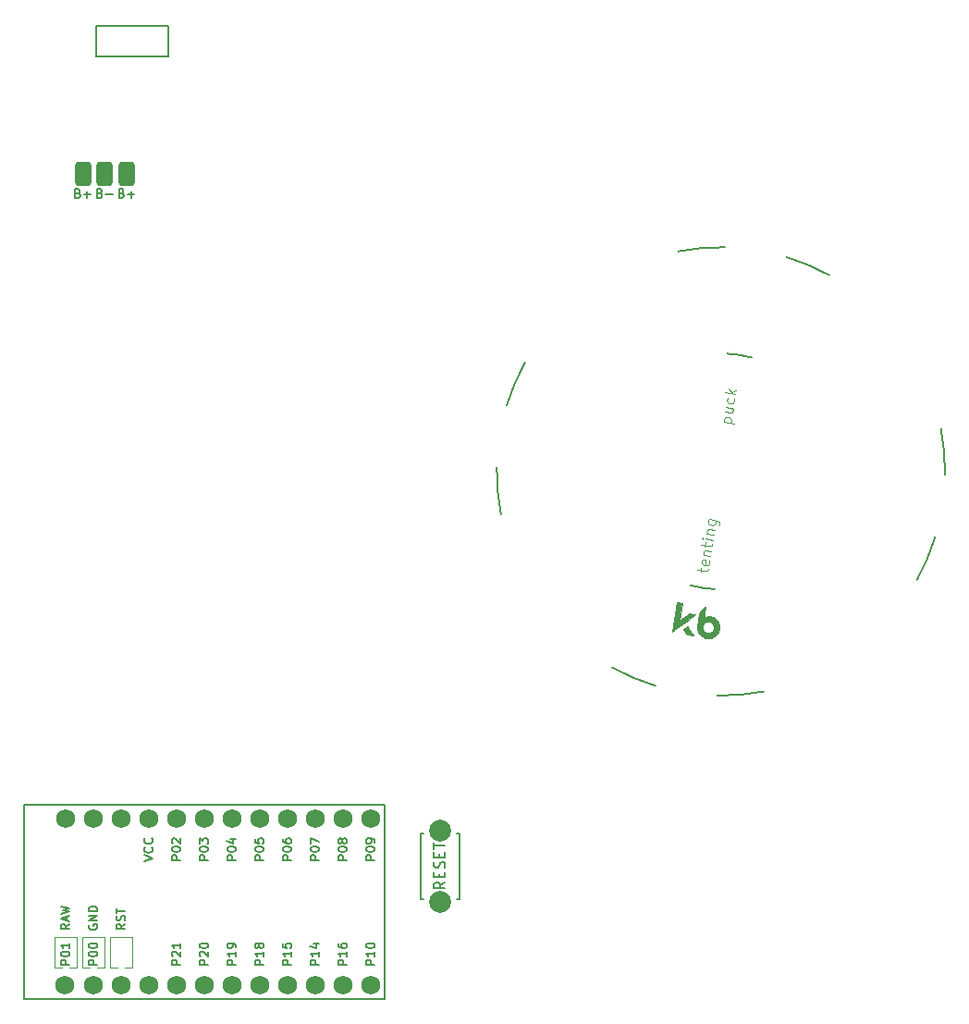
<source format=gbr>
%TF.GenerationSoftware,KiCad,Pcbnew,(6.0.4)*%
%TF.CreationDate,2022-09-04T01:37:31+02:00*%
%TF.ProjectId,wizza,77697a7a-612e-46b6-9963-61645f706362,v1.0.0*%
%TF.SameCoordinates,Original*%
%TF.FileFunction,Legend,Top*%
%TF.FilePolarity,Positive*%
%FSLAX46Y46*%
G04 Gerber Fmt 4.6, Leading zero omitted, Abs format (unit mm)*
G04 Created by KiCad (PCBNEW (6.0.4)) date 2022-09-04 01:37:31*
%MOMM*%
%LPD*%
G01*
G04 APERTURE LIST*
G04 Aperture macros list*
%AMRoundRect*
0 Rectangle with rounded corners*
0 $1 Rounding radius*
0 $2 $3 $4 $5 $6 $7 $8 $9 X,Y pos of 4 corners*
0 Add a 4 corners polygon primitive as box body*
4,1,4,$2,$3,$4,$5,$6,$7,$8,$9,$2,$3,0*
0 Add four circle primitives for the rounded corners*
1,1,$1+$1,$2,$3*
1,1,$1+$1,$4,$5*
1,1,$1+$1,$6,$7*
1,1,$1+$1,$8,$9*
0 Add four rect primitives between the rounded corners*
20,1,$1+$1,$2,$3,$4,$5,0*
20,1,$1+$1,$4,$5,$6,$7,0*
20,1,$1+$1,$6,$7,$8,$9,0*
20,1,$1+$1,$8,$9,$2,$3,0*%
G04 Aperture macros list end*
%ADD10C,0.150000*%
%ADD11C,0.100000*%
%ADD12C,0.120000*%
%ADD13C,0.200000*%
%ADD14C,0.010000*%
%ADD15C,1.752600*%
%ADD16RoundRect,0.375000X-0.375000X-0.750000X0.375000X-0.750000X0.375000X0.750000X-0.375000X0.750000X0*%
%ADD17C,2.000000*%
G04 APERTURE END LIST*
D10*
%TO.C,MCU1*%
X217023904Y-143725428D02*
X216223904Y-143725428D01*
X216223904Y-143420666D01*
X216262000Y-143344476D01*
X216300095Y-143306380D01*
X216376285Y-143268285D01*
X216490571Y-143268285D01*
X216566761Y-143306380D01*
X216604857Y-143344476D01*
X216642952Y-143420666D01*
X216642952Y-143725428D01*
X217023904Y-142506380D02*
X217023904Y-142963523D01*
X217023904Y-142734952D02*
X216223904Y-142734952D01*
X216338190Y-142811142D01*
X216414380Y-142887333D01*
X216452476Y-142963523D01*
X216566761Y-142049238D02*
X216528666Y-142125428D01*
X216490571Y-142163523D01*
X216414380Y-142201619D01*
X216376285Y-142201619D01*
X216300095Y-142163523D01*
X216262000Y-142125428D01*
X216223904Y-142049238D01*
X216223904Y-141896857D01*
X216262000Y-141820666D01*
X216300095Y-141782571D01*
X216376285Y-141744476D01*
X216414380Y-141744476D01*
X216490571Y-141782571D01*
X216528666Y-141820666D01*
X216566761Y-141896857D01*
X216566761Y-142049238D01*
X216604857Y-142125428D01*
X216642952Y-142163523D01*
X216719142Y-142201619D01*
X216871523Y-142201619D01*
X216947714Y-142163523D01*
X216985809Y-142125428D01*
X217023904Y-142049238D01*
X217023904Y-141896857D01*
X216985809Y-141820666D01*
X216947714Y-141782571D01*
X216871523Y-141744476D01*
X216719142Y-141744476D01*
X216642952Y-141782571D01*
X216604857Y-141820666D01*
X216566761Y-141896857D01*
X227183904Y-134125428D02*
X226383904Y-134125428D01*
X226383904Y-133820666D01*
X226422000Y-133744476D01*
X226460095Y-133706380D01*
X226536285Y-133668285D01*
X226650571Y-133668285D01*
X226726761Y-133706380D01*
X226764857Y-133744476D01*
X226802952Y-133820666D01*
X226802952Y-134125428D01*
X226383904Y-133173047D02*
X226383904Y-133096857D01*
X226422000Y-133020666D01*
X226460095Y-132982571D01*
X226536285Y-132944476D01*
X226688666Y-132906380D01*
X226879142Y-132906380D01*
X227031523Y-132944476D01*
X227107714Y-132982571D01*
X227145809Y-133020666D01*
X227183904Y-133096857D01*
X227183904Y-133173047D01*
X227145809Y-133249238D01*
X227107714Y-133287333D01*
X227031523Y-133325428D01*
X226879142Y-133363523D01*
X226688666Y-133363523D01*
X226536285Y-133325428D01*
X226460095Y-133287333D01*
X226422000Y-133249238D01*
X226383904Y-133173047D01*
X227183904Y-132525428D02*
X227183904Y-132373047D01*
X227145809Y-132296857D01*
X227107714Y-132258761D01*
X226993428Y-132182571D01*
X226841047Y-132144476D01*
X226536285Y-132144476D01*
X226460095Y-132182571D01*
X226422000Y-132220666D01*
X226383904Y-132296857D01*
X226383904Y-132449238D01*
X226422000Y-132525428D01*
X226460095Y-132563523D01*
X226536285Y-132601619D01*
X226726761Y-132601619D01*
X226802952Y-132563523D01*
X226841047Y-132525428D01*
X226879142Y-132449238D01*
X226879142Y-132296857D01*
X226841047Y-132220666D01*
X226802952Y-132182571D01*
X226726761Y-132144476D01*
X209403904Y-134125428D02*
X208603904Y-134125428D01*
X208603904Y-133820666D01*
X208642000Y-133744476D01*
X208680095Y-133706380D01*
X208756285Y-133668285D01*
X208870571Y-133668285D01*
X208946761Y-133706380D01*
X208984857Y-133744476D01*
X209022952Y-133820666D01*
X209022952Y-134125428D01*
X208603904Y-133173047D02*
X208603904Y-133096857D01*
X208642000Y-133020666D01*
X208680095Y-132982571D01*
X208756285Y-132944476D01*
X208908666Y-132906380D01*
X209099142Y-132906380D01*
X209251523Y-132944476D01*
X209327714Y-132982571D01*
X209365809Y-133020666D01*
X209403904Y-133096857D01*
X209403904Y-133173047D01*
X209365809Y-133249238D01*
X209327714Y-133287333D01*
X209251523Y-133325428D01*
X209099142Y-133363523D01*
X208908666Y-133363523D01*
X208756285Y-133325428D01*
X208680095Y-133287333D01*
X208642000Y-133249238D01*
X208603904Y-133173047D01*
X208680095Y-132601619D02*
X208642000Y-132563523D01*
X208603904Y-132487333D01*
X208603904Y-132296857D01*
X208642000Y-132220666D01*
X208680095Y-132182571D01*
X208756285Y-132144476D01*
X208832476Y-132144476D01*
X208946761Y-132182571D01*
X209403904Y-132639714D01*
X209403904Y-132144476D01*
X214483904Y-143725428D02*
X213683904Y-143725428D01*
X213683904Y-143420666D01*
X213722000Y-143344476D01*
X213760095Y-143306380D01*
X213836285Y-143268285D01*
X213950571Y-143268285D01*
X214026761Y-143306380D01*
X214064857Y-143344476D01*
X214102952Y-143420666D01*
X214102952Y-143725428D01*
X214483904Y-142506380D02*
X214483904Y-142963523D01*
X214483904Y-142734952D02*
X213683904Y-142734952D01*
X213798190Y-142811142D01*
X213874380Y-142887333D01*
X213912476Y-142963523D01*
X214483904Y-142125428D02*
X214483904Y-141973047D01*
X214445809Y-141896857D01*
X214407714Y-141858761D01*
X214293428Y-141782571D01*
X214141047Y-141744476D01*
X213836285Y-141744476D01*
X213760095Y-141782571D01*
X213722000Y-141820666D01*
X213683904Y-141896857D01*
X213683904Y-142049238D01*
X213722000Y-142125428D01*
X213760095Y-142163523D01*
X213836285Y-142201619D01*
X214026761Y-142201619D01*
X214102952Y-142163523D01*
X214141047Y-142125428D01*
X214179142Y-142049238D01*
X214179142Y-141896857D01*
X214141047Y-141820666D01*
X214102952Y-141782571D01*
X214026761Y-141744476D01*
X211943904Y-143725428D02*
X211143904Y-143725428D01*
X211143904Y-143420666D01*
X211182000Y-143344476D01*
X211220095Y-143306380D01*
X211296285Y-143268285D01*
X211410571Y-143268285D01*
X211486761Y-143306380D01*
X211524857Y-143344476D01*
X211562952Y-143420666D01*
X211562952Y-143725428D01*
X211220095Y-142963523D02*
X211182000Y-142925428D01*
X211143904Y-142849238D01*
X211143904Y-142658761D01*
X211182000Y-142582571D01*
X211220095Y-142544476D01*
X211296285Y-142506380D01*
X211372476Y-142506380D01*
X211486761Y-142544476D01*
X211943904Y-143001619D01*
X211943904Y-142506380D01*
X211143904Y-142011142D02*
X211143904Y-141934952D01*
X211182000Y-141858761D01*
X211220095Y-141820666D01*
X211296285Y-141782571D01*
X211448666Y-141744476D01*
X211639142Y-141744476D01*
X211791523Y-141782571D01*
X211867714Y-141820666D01*
X211905809Y-141858761D01*
X211943904Y-141934952D01*
X211943904Y-142011142D01*
X211905809Y-142087333D01*
X211867714Y-142125428D01*
X211791523Y-142163523D01*
X211639142Y-142201619D01*
X211448666Y-142201619D01*
X211296285Y-142163523D01*
X211220095Y-142125428D01*
X211182000Y-142087333D01*
X211143904Y-142011142D01*
X214483904Y-134125428D02*
X213683904Y-134125428D01*
X213683904Y-133820666D01*
X213722000Y-133744476D01*
X213760095Y-133706380D01*
X213836285Y-133668285D01*
X213950571Y-133668285D01*
X214026761Y-133706380D01*
X214064857Y-133744476D01*
X214102952Y-133820666D01*
X214102952Y-134125428D01*
X213683904Y-133173047D02*
X213683904Y-133096857D01*
X213722000Y-133020666D01*
X213760095Y-132982571D01*
X213836285Y-132944476D01*
X213988666Y-132906380D01*
X214179142Y-132906380D01*
X214331523Y-132944476D01*
X214407714Y-132982571D01*
X214445809Y-133020666D01*
X214483904Y-133096857D01*
X214483904Y-133173047D01*
X214445809Y-133249238D01*
X214407714Y-133287333D01*
X214331523Y-133325428D01*
X214179142Y-133363523D01*
X213988666Y-133363523D01*
X213836285Y-133325428D01*
X213760095Y-133287333D01*
X213722000Y-133249238D01*
X213683904Y-133173047D01*
X213950571Y-132220666D02*
X214483904Y-132220666D01*
X213645809Y-132411142D02*
X214217238Y-132601619D01*
X214217238Y-132106380D01*
X211943904Y-134125428D02*
X211143904Y-134125428D01*
X211143904Y-133820666D01*
X211182000Y-133744476D01*
X211220095Y-133706380D01*
X211296285Y-133668285D01*
X211410571Y-133668285D01*
X211486761Y-133706380D01*
X211524857Y-133744476D01*
X211562952Y-133820666D01*
X211562952Y-134125428D01*
X211143904Y-133173047D02*
X211143904Y-133096857D01*
X211182000Y-133020666D01*
X211220095Y-132982571D01*
X211296285Y-132944476D01*
X211448666Y-132906380D01*
X211639142Y-132906380D01*
X211791523Y-132944476D01*
X211867714Y-132982571D01*
X211905809Y-133020666D01*
X211943904Y-133096857D01*
X211943904Y-133173047D01*
X211905809Y-133249238D01*
X211867714Y-133287333D01*
X211791523Y-133325428D01*
X211639142Y-133363523D01*
X211448666Y-133363523D01*
X211296285Y-133325428D01*
X211220095Y-133287333D01*
X211182000Y-133249238D01*
X211143904Y-133173047D01*
X211143904Y-132639714D02*
X211143904Y-132144476D01*
X211448666Y-132411142D01*
X211448666Y-132296857D01*
X211486761Y-132220666D01*
X211524857Y-132182571D01*
X211601047Y-132144476D01*
X211791523Y-132144476D01*
X211867714Y-132182571D01*
X211905809Y-132220666D01*
X211943904Y-132296857D01*
X211943904Y-132525428D01*
X211905809Y-132601619D01*
X211867714Y-132639714D01*
X204323904Y-140005618D02*
X203942952Y-140272284D01*
X204323904Y-140462761D02*
X203523904Y-140462761D01*
X203523904Y-140157999D01*
X203562000Y-140081808D01*
X203600095Y-140043713D01*
X203676285Y-140005618D01*
X203790571Y-140005618D01*
X203866761Y-140043713D01*
X203904857Y-140081808D01*
X203942952Y-140157999D01*
X203942952Y-140462761D01*
X204285809Y-139700856D02*
X204323904Y-139586570D01*
X204323904Y-139396094D01*
X204285809Y-139319903D01*
X204247714Y-139281808D01*
X204171523Y-139243713D01*
X204095333Y-139243713D01*
X204019142Y-139281808D01*
X203981047Y-139319903D01*
X203942952Y-139396094D01*
X203904857Y-139548475D01*
X203866761Y-139624665D01*
X203828666Y-139662761D01*
X203752476Y-139700856D01*
X203676285Y-139700856D01*
X203600095Y-139662761D01*
X203562000Y-139624665D01*
X203523904Y-139548475D01*
X203523904Y-139357999D01*
X203562000Y-139243713D01*
X203523904Y-139015142D02*
X203523904Y-138557999D01*
X204323904Y-138786570D02*
X203523904Y-138786570D01*
X219563904Y-143725428D02*
X218763904Y-143725428D01*
X218763904Y-143420666D01*
X218802000Y-143344476D01*
X218840095Y-143306380D01*
X218916285Y-143268285D01*
X219030571Y-143268285D01*
X219106761Y-143306380D01*
X219144857Y-143344476D01*
X219182952Y-143420666D01*
X219182952Y-143725428D01*
X219563904Y-142506380D02*
X219563904Y-142963523D01*
X219563904Y-142734952D02*
X218763904Y-142734952D01*
X218878190Y-142811142D01*
X218954380Y-142887333D01*
X218992476Y-142963523D01*
X218763904Y-141782571D02*
X218763904Y-142163523D01*
X219144857Y-142201619D01*
X219106761Y-142163523D01*
X219068666Y-142087333D01*
X219068666Y-141896857D01*
X219106761Y-141820666D01*
X219144857Y-141782571D01*
X219221047Y-141744476D01*
X219411523Y-141744476D01*
X219487714Y-141782571D01*
X219525809Y-141820666D01*
X219563904Y-141896857D01*
X219563904Y-142087333D01*
X219525809Y-142163523D01*
X219487714Y-142201619D01*
X209403904Y-143725428D02*
X208603904Y-143725428D01*
X208603904Y-143420666D01*
X208642000Y-143344476D01*
X208680095Y-143306380D01*
X208756285Y-143268285D01*
X208870571Y-143268285D01*
X208946761Y-143306380D01*
X208984857Y-143344476D01*
X209022952Y-143420666D01*
X209022952Y-143725428D01*
X208680095Y-142963523D02*
X208642000Y-142925428D01*
X208603904Y-142849238D01*
X208603904Y-142658761D01*
X208642000Y-142582571D01*
X208680095Y-142544476D01*
X208756285Y-142506380D01*
X208832476Y-142506380D01*
X208946761Y-142544476D01*
X209403904Y-143001619D01*
X209403904Y-142506380D01*
X209403904Y-141744476D02*
X209403904Y-142201619D01*
X209403904Y-141973047D02*
X208603904Y-141973047D01*
X208718190Y-142049238D01*
X208794380Y-142125428D01*
X208832476Y-142201619D01*
X201783904Y-143725428D02*
X200983904Y-143725428D01*
X200983904Y-143420666D01*
X201022000Y-143344476D01*
X201060095Y-143306380D01*
X201136285Y-143268285D01*
X201250571Y-143268285D01*
X201326761Y-143306380D01*
X201364857Y-143344476D01*
X201402952Y-143420666D01*
X201402952Y-143725428D01*
X200983904Y-142773047D02*
X200983904Y-142696857D01*
X201022000Y-142620666D01*
X201060095Y-142582571D01*
X201136285Y-142544476D01*
X201288666Y-142506380D01*
X201479142Y-142506380D01*
X201631523Y-142544476D01*
X201707714Y-142582571D01*
X201745809Y-142620666D01*
X201783904Y-142696857D01*
X201783904Y-142773047D01*
X201745809Y-142849238D01*
X201707714Y-142887333D01*
X201631523Y-142925428D01*
X201479142Y-142963523D01*
X201288666Y-142963523D01*
X201136285Y-142925428D01*
X201060095Y-142887333D01*
X201022000Y-142849238D01*
X200983904Y-142773047D01*
X200983904Y-142011142D02*
X200983904Y-141934952D01*
X201022000Y-141858761D01*
X201060095Y-141820666D01*
X201136285Y-141782571D01*
X201288666Y-141744476D01*
X201479142Y-141744476D01*
X201631523Y-141782571D01*
X201707714Y-141820666D01*
X201745809Y-141858761D01*
X201783904Y-141934952D01*
X201783904Y-142011142D01*
X201745809Y-142087333D01*
X201707714Y-142125428D01*
X201631523Y-142163523D01*
X201479142Y-142201619D01*
X201288666Y-142201619D01*
X201136285Y-142163523D01*
X201060095Y-142125428D01*
X201022000Y-142087333D01*
X200983904Y-142011142D01*
X222103904Y-134125428D02*
X221303904Y-134125428D01*
X221303904Y-133820666D01*
X221342000Y-133744476D01*
X221380095Y-133706380D01*
X221456285Y-133668285D01*
X221570571Y-133668285D01*
X221646761Y-133706380D01*
X221684857Y-133744476D01*
X221722952Y-133820666D01*
X221722952Y-134125428D01*
X221303904Y-133173047D02*
X221303904Y-133096857D01*
X221342000Y-133020666D01*
X221380095Y-132982571D01*
X221456285Y-132944476D01*
X221608666Y-132906380D01*
X221799142Y-132906380D01*
X221951523Y-132944476D01*
X222027714Y-132982571D01*
X222065809Y-133020666D01*
X222103904Y-133096857D01*
X222103904Y-133173047D01*
X222065809Y-133249238D01*
X222027714Y-133287333D01*
X221951523Y-133325428D01*
X221799142Y-133363523D01*
X221608666Y-133363523D01*
X221456285Y-133325428D01*
X221380095Y-133287333D01*
X221342000Y-133249238D01*
X221303904Y-133173047D01*
X221303904Y-132639714D02*
X221303904Y-132106380D01*
X222103904Y-132449238D01*
X224643904Y-134125428D02*
X223843904Y-134125428D01*
X223843904Y-133820666D01*
X223882000Y-133744476D01*
X223920095Y-133706380D01*
X223996285Y-133668285D01*
X224110571Y-133668285D01*
X224186761Y-133706380D01*
X224224857Y-133744476D01*
X224262952Y-133820666D01*
X224262952Y-134125428D01*
X223843904Y-133173047D02*
X223843904Y-133096857D01*
X223882000Y-133020666D01*
X223920095Y-132982571D01*
X223996285Y-132944476D01*
X224148666Y-132906380D01*
X224339142Y-132906380D01*
X224491523Y-132944476D01*
X224567714Y-132982571D01*
X224605809Y-133020666D01*
X224643904Y-133096857D01*
X224643904Y-133173047D01*
X224605809Y-133249238D01*
X224567714Y-133287333D01*
X224491523Y-133325428D01*
X224339142Y-133363523D01*
X224148666Y-133363523D01*
X223996285Y-133325428D01*
X223920095Y-133287333D01*
X223882000Y-133249238D01*
X223843904Y-133173047D01*
X224186761Y-132449238D02*
X224148666Y-132525428D01*
X224110571Y-132563523D01*
X224034380Y-132601619D01*
X223996285Y-132601619D01*
X223920095Y-132563523D01*
X223882000Y-132525428D01*
X223843904Y-132449238D01*
X223843904Y-132296857D01*
X223882000Y-132220666D01*
X223920095Y-132182571D01*
X223996285Y-132144476D01*
X224034380Y-132144476D01*
X224110571Y-132182571D01*
X224148666Y-132220666D01*
X224186761Y-132296857D01*
X224186761Y-132449238D01*
X224224857Y-132525428D01*
X224262952Y-132563523D01*
X224339142Y-132601619D01*
X224491523Y-132601619D01*
X224567714Y-132563523D01*
X224605809Y-132525428D01*
X224643904Y-132449238D01*
X224643904Y-132296857D01*
X224605809Y-132220666D01*
X224567714Y-132182571D01*
X224491523Y-132144476D01*
X224339142Y-132144476D01*
X224262952Y-132182571D01*
X224224857Y-132220666D01*
X224186761Y-132296857D01*
X224643904Y-143725428D02*
X223843904Y-143725428D01*
X223843904Y-143420666D01*
X223882000Y-143344476D01*
X223920095Y-143306380D01*
X223996285Y-143268285D01*
X224110571Y-143268285D01*
X224186761Y-143306380D01*
X224224857Y-143344476D01*
X224262952Y-143420666D01*
X224262952Y-143725428D01*
X224643904Y-142506380D02*
X224643904Y-142963523D01*
X224643904Y-142734952D02*
X223843904Y-142734952D01*
X223958190Y-142811142D01*
X224034380Y-142887333D01*
X224072476Y-142963523D01*
X223843904Y-141820666D02*
X223843904Y-141973047D01*
X223882000Y-142049238D01*
X223920095Y-142087333D01*
X224034380Y-142163523D01*
X224186761Y-142201619D01*
X224491523Y-142201619D01*
X224567714Y-142163523D01*
X224605809Y-142125428D01*
X224643904Y-142049238D01*
X224643904Y-141896857D01*
X224605809Y-141820666D01*
X224567714Y-141782571D01*
X224491523Y-141744476D01*
X224301047Y-141744476D01*
X224224857Y-141782571D01*
X224186761Y-141820666D01*
X224148666Y-141896857D01*
X224148666Y-142049238D01*
X224186761Y-142125428D01*
X224224857Y-142163523D01*
X224301047Y-142201619D01*
X201022000Y-140062760D02*
X200983904Y-140138951D01*
X200983904Y-140253237D01*
X201022000Y-140367522D01*
X201098190Y-140443713D01*
X201174380Y-140481808D01*
X201326761Y-140519903D01*
X201441047Y-140519903D01*
X201593428Y-140481808D01*
X201669619Y-140443713D01*
X201745809Y-140367522D01*
X201783904Y-140253237D01*
X201783904Y-140177046D01*
X201745809Y-140062760D01*
X201707714Y-140024665D01*
X201441047Y-140024665D01*
X201441047Y-140177046D01*
X201783904Y-139681808D02*
X200983904Y-139681808D01*
X201783904Y-139224665D01*
X200983904Y-139224665D01*
X201783904Y-138843713D02*
X200983904Y-138843713D01*
X200983904Y-138653237D01*
X201022000Y-138538951D01*
X201098190Y-138462760D01*
X201174380Y-138424665D01*
X201326761Y-138386570D01*
X201441047Y-138386570D01*
X201593428Y-138424665D01*
X201669619Y-138462760D01*
X201745809Y-138538951D01*
X201783904Y-138653237D01*
X201783904Y-138843713D01*
X219563904Y-134125428D02*
X218763904Y-134125428D01*
X218763904Y-133820666D01*
X218802000Y-133744476D01*
X218840095Y-133706380D01*
X218916285Y-133668285D01*
X219030571Y-133668285D01*
X219106761Y-133706380D01*
X219144857Y-133744476D01*
X219182952Y-133820666D01*
X219182952Y-134125428D01*
X218763904Y-133173047D02*
X218763904Y-133096857D01*
X218802000Y-133020666D01*
X218840095Y-132982571D01*
X218916285Y-132944476D01*
X219068666Y-132906380D01*
X219259142Y-132906380D01*
X219411523Y-132944476D01*
X219487714Y-132982571D01*
X219525809Y-133020666D01*
X219563904Y-133096857D01*
X219563904Y-133173047D01*
X219525809Y-133249238D01*
X219487714Y-133287333D01*
X219411523Y-133325428D01*
X219259142Y-133363523D01*
X219068666Y-133363523D01*
X218916285Y-133325428D01*
X218840095Y-133287333D01*
X218802000Y-133249238D01*
X218763904Y-133173047D01*
X218763904Y-132220666D02*
X218763904Y-132373047D01*
X218802000Y-132449238D01*
X218840095Y-132487333D01*
X218954380Y-132563523D01*
X219106761Y-132601619D01*
X219411523Y-132601619D01*
X219487714Y-132563523D01*
X219525809Y-132525428D01*
X219563904Y-132449238D01*
X219563904Y-132296857D01*
X219525809Y-132220666D01*
X219487714Y-132182571D01*
X219411523Y-132144476D01*
X219221047Y-132144476D01*
X219144857Y-132182571D01*
X219106761Y-132220666D01*
X219068666Y-132296857D01*
X219068666Y-132449238D01*
X219106761Y-132525428D01*
X219144857Y-132563523D01*
X219221047Y-132601619D01*
X222103904Y-143725428D02*
X221303904Y-143725428D01*
X221303904Y-143420666D01*
X221342000Y-143344476D01*
X221380095Y-143306380D01*
X221456285Y-143268285D01*
X221570571Y-143268285D01*
X221646761Y-143306380D01*
X221684857Y-143344476D01*
X221722952Y-143420666D01*
X221722952Y-143725428D01*
X222103904Y-142506380D02*
X222103904Y-142963523D01*
X222103904Y-142734952D02*
X221303904Y-142734952D01*
X221418190Y-142811142D01*
X221494380Y-142887333D01*
X221532476Y-142963523D01*
X221570571Y-141820666D02*
X222103904Y-141820666D01*
X221265809Y-142011142D02*
X221837238Y-142201619D01*
X221837238Y-141706380D01*
X199243904Y-143725428D02*
X198443904Y-143725428D01*
X198443904Y-143420666D01*
X198482000Y-143344476D01*
X198520095Y-143306380D01*
X198596285Y-143268285D01*
X198710571Y-143268285D01*
X198786761Y-143306380D01*
X198824857Y-143344476D01*
X198862952Y-143420666D01*
X198862952Y-143725428D01*
X198443904Y-142773047D02*
X198443904Y-142696857D01*
X198482000Y-142620666D01*
X198520095Y-142582571D01*
X198596285Y-142544476D01*
X198748666Y-142506380D01*
X198939142Y-142506380D01*
X199091523Y-142544476D01*
X199167714Y-142582571D01*
X199205809Y-142620666D01*
X199243904Y-142696857D01*
X199243904Y-142773047D01*
X199205809Y-142849238D01*
X199167714Y-142887333D01*
X199091523Y-142925428D01*
X198939142Y-142963523D01*
X198748666Y-142963523D01*
X198596285Y-142925428D01*
X198520095Y-142887333D01*
X198482000Y-142849238D01*
X198443904Y-142773047D01*
X199243904Y-141744476D02*
X199243904Y-142201619D01*
X199243904Y-141973047D02*
X198443904Y-141973047D01*
X198558190Y-142049238D01*
X198634380Y-142125428D01*
X198672476Y-142201619D01*
X227183904Y-143725428D02*
X226383904Y-143725428D01*
X226383904Y-143420666D01*
X226422000Y-143344476D01*
X226460095Y-143306380D01*
X226536285Y-143268285D01*
X226650571Y-143268285D01*
X226726761Y-143306380D01*
X226764857Y-143344476D01*
X226802952Y-143420666D01*
X226802952Y-143725428D01*
X227183904Y-142506380D02*
X227183904Y-142963523D01*
X227183904Y-142734952D02*
X226383904Y-142734952D01*
X226498190Y-142811142D01*
X226574380Y-142887333D01*
X226612476Y-142963523D01*
X226383904Y-142011142D02*
X226383904Y-141934952D01*
X226422000Y-141858761D01*
X226460095Y-141820666D01*
X226536285Y-141782571D01*
X226688666Y-141744476D01*
X226879142Y-141744476D01*
X227031523Y-141782571D01*
X227107714Y-141820666D01*
X227145809Y-141858761D01*
X227183904Y-141934952D01*
X227183904Y-142011142D01*
X227145809Y-142087333D01*
X227107714Y-142125428D01*
X227031523Y-142163523D01*
X226879142Y-142201619D01*
X226688666Y-142201619D01*
X226536285Y-142163523D01*
X226460095Y-142125428D01*
X226422000Y-142087333D01*
X226383904Y-142011142D01*
X206063904Y-134220666D02*
X206863904Y-133954000D01*
X206063904Y-133687333D01*
X206787714Y-132963523D02*
X206825809Y-133001619D01*
X206863904Y-133115904D01*
X206863904Y-133192095D01*
X206825809Y-133306380D01*
X206749619Y-133382571D01*
X206673428Y-133420666D01*
X206521047Y-133458761D01*
X206406761Y-133458761D01*
X206254380Y-133420666D01*
X206178190Y-133382571D01*
X206102000Y-133306380D01*
X206063904Y-133192095D01*
X206063904Y-133115904D01*
X206102000Y-133001619D01*
X206140095Y-132963523D01*
X206787714Y-132163523D02*
X206825809Y-132201619D01*
X206863904Y-132315904D01*
X206863904Y-132392095D01*
X206825809Y-132506380D01*
X206749619Y-132582571D01*
X206673428Y-132620666D01*
X206521047Y-132658761D01*
X206406761Y-132658761D01*
X206254380Y-132620666D01*
X206178190Y-132582571D01*
X206102000Y-132506380D01*
X206063904Y-132392095D01*
X206063904Y-132315904D01*
X206102000Y-132201619D01*
X206140095Y-132163523D01*
X217023904Y-134125428D02*
X216223904Y-134125428D01*
X216223904Y-133820666D01*
X216262000Y-133744476D01*
X216300095Y-133706380D01*
X216376285Y-133668285D01*
X216490571Y-133668285D01*
X216566761Y-133706380D01*
X216604857Y-133744476D01*
X216642952Y-133820666D01*
X216642952Y-134125428D01*
X216223904Y-133173047D02*
X216223904Y-133096857D01*
X216262000Y-133020666D01*
X216300095Y-132982571D01*
X216376285Y-132944476D01*
X216528666Y-132906380D01*
X216719142Y-132906380D01*
X216871523Y-132944476D01*
X216947714Y-132982571D01*
X216985809Y-133020666D01*
X217023904Y-133096857D01*
X217023904Y-133173047D01*
X216985809Y-133249238D01*
X216947714Y-133287333D01*
X216871523Y-133325428D01*
X216719142Y-133363523D01*
X216528666Y-133363523D01*
X216376285Y-133325428D01*
X216300095Y-133287333D01*
X216262000Y-133249238D01*
X216223904Y-133173047D01*
X216223904Y-132182571D02*
X216223904Y-132563523D01*
X216604857Y-132601619D01*
X216566761Y-132563523D01*
X216528666Y-132487333D01*
X216528666Y-132296857D01*
X216566761Y-132220666D01*
X216604857Y-132182571D01*
X216681047Y-132144476D01*
X216871523Y-132144476D01*
X216947714Y-132182571D01*
X216985809Y-132220666D01*
X217023904Y-132296857D01*
X217023904Y-132487333D01*
X216985809Y-132563523D01*
X216947714Y-132601619D01*
X199243904Y-140005617D02*
X198862952Y-140272284D01*
X199243904Y-140462760D02*
X198443904Y-140462760D01*
X198443904Y-140157998D01*
X198482000Y-140081808D01*
X198520095Y-140043713D01*
X198596285Y-140005617D01*
X198710571Y-140005617D01*
X198786761Y-140043713D01*
X198824857Y-140081808D01*
X198862952Y-140157998D01*
X198862952Y-140462760D01*
X199015333Y-139700856D02*
X199015333Y-139319903D01*
X199243904Y-139777046D02*
X198443904Y-139510379D01*
X199243904Y-139243713D01*
X198443904Y-139053237D02*
X199243904Y-138862760D01*
X198672476Y-138710379D01*
X199243904Y-138557998D01*
X198443904Y-138367522D01*
%TO.C,*%
D11*
X257030207Y-107750928D02*
X257089801Y-107374665D01*
X256723325Y-107557685D02*
X257569915Y-107691771D01*
X257671430Y-107659637D01*
X257733361Y-107573021D01*
X257748260Y-107478955D01*
X257812966Y-106766014D02*
X257845100Y-106867529D01*
X257815303Y-107055660D01*
X257753372Y-107142276D01*
X257651857Y-107174411D01*
X257275595Y-107114817D01*
X257188979Y-107052885D01*
X257156844Y-106951370D01*
X257186641Y-106763239D01*
X257248573Y-106676623D01*
X257350087Y-106644489D01*
X257444153Y-106659387D01*
X257463726Y-107144614D01*
X257276032Y-106198846D02*
X257934491Y-106303136D01*
X257370098Y-106213745D02*
X257330514Y-106159262D01*
X257298380Y-106057748D01*
X257320728Y-105916649D01*
X257382659Y-105830033D01*
X257484174Y-105797899D01*
X258001535Y-105879841D01*
X257395221Y-105446322D02*
X257454815Y-105070059D01*
X257088339Y-105253078D02*
X257934929Y-105387165D01*
X258036444Y-105355031D01*
X258098375Y-105268415D01*
X258113274Y-105174349D01*
X258165418Y-104845120D02*
X257506959Y-104740830D01*
X257177730Y-104688685D02*
X257217314Y-104743167D01*
X257271796Y-104703584D01*
X257232212Y-104649102D01*
X257177730Y-104688685D01*
X257271796Y-104703584D01*
X257581452Y-104270502D02*
X258239911Y-104374792D01*
X257675518Y-104285401D02*
X257635934Y-104230919D01*
X257603800Y-104129404D01*
X257626148Y-103988305D01*
X257688079Y-103901689D01*
X257789594Y-103869555D01*
X258306954Y-103951497D01*
X257790031Y-102953584D02*
X258589589Y-103080222D01*
X258676205Y-103142153D01*
X258715788Y-103196635D01*
X258747923Y-103298150D01*
X258725575Y-103439248D01*
X258663644Y-103525865D01*
X258401457Y-103050425D02*
X258433592Y-103151940D01*
X258403795Y-103340071D01*
X258341863Y-103426687D01*
X258287381Y-103466270D01*
X258185867Y-103498405D01*
X257903670Y-103453709D01*
X257817054Y-103391778D01*
X257777470Y-103337296D01*
X257745336Y-103235781D01*
X257775133Y-103047650D01*
X257837064Y-102961034D01*
X259140442Y-94021509D02*
X260128131Y-94177944D01*
X259187475Y-94028959D02*
X259155341Y-93927444D01*
X259185138Y-93739313D01*
X259247069Y-93652696D01*
X259301551Y-93613113D01*
X259403066Y-93580979D01*
X259685263Y-93625674D01*
X259771879Y-93687605D01*
X259811462Y-93742087D01*
X259843597Y-93843602D01*
X259813800Y-94031733D01*
X259751868Y-94118350D01*
X259349022Y-92704592D02*
X260007480Y-92808881D01*
X259281978Y-93127887D02*
X259799339Y-93209828D01*
X259900854Y-93177694D01*
X259962785Y-93091078D01*
X259985133Y-92949980D01*
X259952998Y-92848465D01*
X259913415Y-92793983D01*
X260101984Y-91907809D02*
X260134118Y-92009324D01*
X260104321Y-92197455D01*
X260042390Y-92284071D01*
X259987908Y-92323655D01*
X259886393Y-92355789D01*
X259604196Y-92311094D01*
X259517580Y-92249162D01*
X259477996Y-92194680D01*
X259445862Y-92093165D01*
X259475659Y-91905034D01*
X259537590Y-91818418D01*
X260216060Y-91491963D02*
X259228371Y-91335529D01*
X259854696Y-91338304D02*
X260275654Y-91115701D01*
X259617195Y-91011412D02*
X259933863Y-91447268D01*
D10*
%TO.C,PAD1*%
X202031904Y-73116857D02*
X202146190Y-73154952D01*
X202184285Y-73193047D01*
X202222380Y-73269238D01*
X202222380Y-73383523D01*
X202184285Y-73459714D01*
X202146190Y-73497809D01*
X202070000Y-73535904D01*
X201765238Y-73535904D01*
X201765238Y-72735904D01*
X202031904Y-72735904D01*
X202108095Y-72774000D01*
X202146190Y-72812095D01*
X202184285Y-72888285D01*
X202184285Y-72964476D01*
X202146190Y-73040666D01*
X202108095Y-73078761D01*
X202031904Y-73116857D01*
X201765238Y-73116857D01*
X202565238Y-73231142D02*
X203174761Y-73231142D01*
X200031904Y-73116857D02*
X200146190Y-73154952D01*
X200184285Y-73193047D01*
X200222380Y-73269238D01*
X200222380Y-73383523D01*
X200184285Y-73459714D01*
X200146190Y-73497809D01*
X200070000Y-73535904D01*
X199765238Y-73535904D01*
X199765238Y-72735904D01*
X200031904Y-72735904D01*
X200108095Y-72774000D01*
X200146190Y-72812095D01*
X200184285Y-72888285D01*
X200184285Y-72964476D01*
X200146190Y-73040666D01*
X200108095Y-73078761D01*
X200031904Y-73116857D01*
X199765238Y-73116857D01*
X200565238Y-73231142D02*
X201174761Y-73231142D01*
X200870000Y-73535904D02*
X200870000Y-72926380D01*
X204031904Y-73116857D02*
X204146190Y-73154952D01*
X204184285Y-73193047D01*
X204222380Y-73269238D01*
X204222380Y-73383523D01*
X204184285Y-73459714D01*
X204146190Y-73497809D01*
X204070000Y-73535904D01*
X203765238Y-73535904D01*
X203765238Y-72735904D01*
X204031904Y-72735904D01*
X204108095Y-72774000D01*
X204146190Y-72812095D01*
X204184285Y-72888285D01*
X204184285Y-72964476D01*
X204146190Y-73040666D01*
X204108095Y-73078761D01*
X204031904Y-73116857D01*
X203765238Y-73116857D01*
X204565238Y-73231142D02*
X205174761Y-73231142D01*
X204870000Y-73535904D02*
X204870000Y-72926380D01*
%TO.C,B1*%
X233624380Y-136156380D02*
X233148190Y-136489714D01*
X233624380Y-136727809D02*
X232624380Y-136727809D01*
X232624380Y-136346857D01*
X232672000Y-136251619D01*
X232719619Y-136204000D01*
X232814857Y-136156380D01*
X232957714Y-136156380D01*
X233052952Y-136204000D01*
X233100571Y-136251619D01*
X233148190Y-136346857D01*
X233148190Y-136727809D01*
X233100571Y-135727809D02*
X233100571Y-135394476D01*
X233624380Y-135251619D02*
X233624380Y-135727809D01*
X232624380Y-135727809D01*
X232624380Y-135251619D01*
X233576761Y-134870666D02*
X233624380Y-134727809D01*
X233624380Y-134489714D01*
X233576761Y-134394476D01*
X233529142Y-134346857D01*
X233433904Y-134299238D01*
X233338666Y-134299238D01*
X233243428Y-134346857D01*
X233195809Y-134394476D01*
X233148190Y-134489714D01*
X233100571Y-134680190D01*
X233052952Y-134775428D01*
X233005333Y-134823047D01*
X232910095Y-134870666D01*
X232814857Y-134870666D01*
X232719619Y-134823047D01*
X232672000Y-134775428D01*
X232624380Y-134680190D01*
X232624380Y-134442095D01*
X232672000Y-134299238D01*
X233100571Y-133870666D02*
X233100571Y-133537333D01*
X233624380Y-133394476D02*
X233624380Y-133870666D01*
X232624380Y-133870666D01*
X232624380Y-133394476D01*
X232624380Y-133108761D02*
X232624380Y-132537333D01*
X233624380Y-132823047D02*
X232624380Y-132823047D01*
D12*
%TO.C,MCU1*%
X204962000Y-141192523D02*
X204962000Y-143992523D01*
D10*
X228092000Y-146844000D02*
X228092000Y-129064000D01*
D12*
X202962000Y-141192523D02*
X204962000Y-141192523D01*
X202962000Y-143992523D02*
X202962000Y-141192523D01*
X202422000Y-143992523D02*
X201752000Y-143992523D01*
X201102000Y-143992523D02*
X200422000Y-143992523D01*
D10*
X195072000Y-129064000D02*
X195072000Y-146844000D01*
D12*
X200422000Y-141192523D02*
X202422000Y-141192523D01*
X204962000Y-143992523D02*
X204277000Y-143992523D01*
X198552000Y-143992523D02*
X197882000Y-143992523D01*
X197882000Y-141192523D02*
X199882000Y-141192523D01*
X197882000Y-143992523D02*
X197882000Y-141192523D01*
D10*
X228092000Y-129064000D02*
X195072000Y-129064000D01*
D12*
X199882000Y-141192523D02*
X199882000Y-143992523D01*
X202422000Y-141192523D02*
X202422000Y-143992523D01*
X203627000Y-143992523D02*
X202962000Y-143992523D01*
X199882000Y-143992523D02*
X199202000Y-143992523D01*
X200422000Y-143992523D02*
X200422000Y-141192523D01*
D10*
X195072000Y-146844000D02*
X228092000Y-146844000D01*
D13*
%TO.C,*%
X238377086Y-98215034D02*
G75*
G03*
X238748934Y-102476213I20516837J-356429D01*
G01*
X248955142Y-116523854D02*
G75*
G03*
X252892856Y-118194279I9938781J17952391D01*
G01*
X258537495Y-119088301D02*
G75*
G03*
X262798674Y-118716453I356428J20516838D01*
G01*
X260582633Y-87909367D02*
G75*
G03*
X259458890Y-87791257I-1688694J-10661997D01*
G01*
X261687875Y-88144295D02*
G75*
G03*
X260582633Y-87909368I-2793936J-10427069D01*
G01*
X257205213Y-109233559D02*
G75*
G03*
X258328957Y-109351669I1688695J10661997D01*
G01*
X268832706Y-80619074D02*
G75*
G03*
X264894991Y-78948648I-9938783J-17952389D01*
G01*
X279410762Y-98927892D02*
G75*
G03*
X279038914Y-94666715I-20516839J356429D01*
G01*
X240941534Y-88632680D02*
G75*
G03*
X239271108Y-92570395I17952389J-9938783D01*
G01*
X256099972Y-108998632D02*
G75*
G03*
X257205213Y-109233559I2793951J10427169D01*
G01*
X259250352Y-78054625D02*
G75*
G03*
X254989172Y-78426473I-356429J-20516838D01*
G01*
X276846314Y-108510245D02*
G75*
G03*
X278516739Y-104572531I-17952391J9938782D01*
G01*
G36*
X256747944Y-112592975D02*
G01*
X256763239Y-112487439D01*
X256781395Y-112366130D01*
X256802214Y-112230444D01*
X256825495Y-112081782D01*
X256827328Y-112070190D01*
X256935450Y-111386979D01*
X257516689Y-110962654D01*
X257439624Y-111450169D01*
X257423507Y-111553156D01*
X257408856Y-111648786D01*
X257396005Y-111734720D01*
X257385289Y-111808615D01*
X257377046Y-111868133D01*
X257371610Y-111910933D01*
X257369317Y-111934674D01*
X257369584Y-111938796D01*
X257382849Y-111934504D01*
X257409946Y-111922249D01*
X257436474Y-111909034D01*
X257560822Y-111857126D01*
X257689215Y-111827745D01*
X257822322Y-111820806D01*
X257960817Y-111836223D01*
X257978305Y-111839670D01*
X258065811Y-111860163D01*
X258139485Y-111883917D01*
X258207206Y-111914378D01*
X258276848Y-111954990D01*
X258340734Y-111998154D01*
X258455313Y-112092533D01*
X258552454Y-112201045D01*
X258631418Y-112321875D01*
X258691470Y-112453211D01*
X258731872Y-112593240D01*
X258751889Y-112740149D01*
X258750782Y-112892126D01*
X258740272Y-112981249D01*
X258706254Y-113130240D01*
X258652670Y-113268119D01*
X258578398Y-113397327D01*
X258505122Y-113493973D01*
X258401647Y-113599377D01*
X258284883Y-113687039D01*
X258157153Y-113756232D01*
X258020778Y-113806227D01*
X257878081Y-113836298D01*
X257731383Y-113845718D01*
X257583006Y-113833759D01*
X257484695Y-113813649D01*
X257345760Y-113766453D01*
X257214162Y-113698758D01*
X257092950Y-113612758D01*
X256985177Y-113510645D01*
X256893893Y-113394610D01*
X256887036Y-113384244D01*
X256823192Y-113268714D01*
X256772846Y-113141085D01*
X256738048Y-113008141D01*
X256720871Y-112876832D01*
X257218566Y-112876832D01*
X257233916Y-112974454D01*
X257253747Y-113032415D01*
X257306046Y-113130082D01*
X257373461Y-113212520D01*
X257453580Y-113278357D01*
X257543992Y-113326222D01*
X257642281Y-113354743D01*
X257746038Y-113362549D01*
X257820986Y-113354891D01*
X257865970Y-113345730D01*
X257909087Y-113334982D01*
X257926272Y-113329831D01*
X257975850Y-113306293D01*
X258031792Y-113268384D01*
X258087933Y-113221128D01*
X258138105Y-113169548D01*
X258165324Y-113135054D01*
X258192178Y-113094510D01*
X258210707Y-113058355D01*
X258224589Y-113017735D01*
X258237505Y-112963788D01*
X258238611Y-112958607D01*
X258252062Y-112852156D01*
X258244801Y-112751894D01*
X258216301Y-112652792D01*
X258203212Y-112621835D01*
X258151652Y-112534793D01*
X258083531Y-112461059D01*
X258002115Y-112402101D01*
X257910672Y-112359392D01*
X257812468Y-112334402D01*
X257710771Y-112328604D01*
X257608845Y-112343467D01*
X257594031Y-112347485D01*
X257498879Y-112386023D01*
X257415129Y-112441823D01*
X257344244Y-112511943D01*
X257287685Y-112593446D01*
X257246911Y-112683388D01*
X257223384Y-112778831D01*
X257218566Y-112876832D01*
X256720871Y-112876832D01*
X256720850Y-112876672D01*
X256719356Y-112829407D01*
X256721217Y-112800953D01*
X256726734Y-112751130D01*
X256733157Y-112701186D01*
X256735710Y-112681338D01*
X256747944Y-112592975D01*
G37*
D14*
X256747944Y-112592975D02*
X256763239Y-112487439D01*
X256781395Y-112366130D01*
X256802214Y-112230444D01*
X256825495Y-112081782D01*
X256827328Y-112070190D01*
X256935450Y-111386979D01*
X257516689Y-110962654D01*
X257439624Y-111450169D01*
X257423507Y-111553156D01*
X257408856Y-111648786D01*
X257396005Y-111734720D01*
X257385289Y-111808615D01*
X257377046Y-111868133D01*
X257371610Y-111910933D01*
X257369317Y-111934674D01*
X257369584Y-111938796D01*
X257382849Y-111934504D01*
X257409946Y-111922249D01*
X257436474Y-111909034D01*
X257560822Y-111857126D01*
X257689215Y-111827745D01*
X257822322Y-111820806D01*
X257960817Y-111836223D01*
X257978305Y-111839670D01*
X258065811Y-111860163D01*
X258139485Y-111883917D01*
X258207206Y-111914378D01*
X258276848Y-111954990D01*
X258340734Y-111998154D01*
X258455313Y-112092533D01*
X258552454Y-112201045D01*
X258631418Y-112321875D01*
X258691470Y-112453211D01*
X258731872Y-112593240D01*
X258751889Y-112740149D01*
X258750782Y-112892126D01*
X258740272Y-112981249D01*
X258706254Y-113130240D01*
X258652670Y-113268119D01*
X258578398Y-113397327D01*
X258505122Y-113493973D01*
X258401647Y-113599377D01*
X258284883Y-113687039D01*
X258157153Y-113756232D01*
X258020778Y-113806227D01*
X257878081Y-113836298D01*
X257731383Y-113845718D01*
X257583006Y-113833759D01*
X257484695Y-113813649D01*
X257345760Y-113766453D01*
X257214162Y-113698758D01*
X257092950Y-113612758D01*
X256985177Y-113510645D01*
X256893893Y-113394610D01*
X256887036Y-113384244D01*
X256823192Y-113268714D01*
X256772846Y-113141085D01*
X256738048Y-113008141D01*
X256720871Y-112876832D01*
X257218566Y-112876832D01*
X257233916Y-112974454D01*
X257253747Y-113032415D01*
X257306046Y-113130082D01*
X257373461Y-113212520D01*
X257453580Y-113278357D01*
X257543992Y-113326222D01*
X257642281Y-113354743D01*
X257746038Y-113362549D01*
X257820986Y-113354891D01*
X257865970Y-113345730D01*
X257909087Y-113334982D01*
X257926272Y-113329831D01*
X257975850Y-113306293D01*
X258031792Y-113268384D01*
X258087933Y-113221128D01*
X258138105Y-113169548D01*
X258165324Y-113135054D01*
X258192178Y-113094510D01*
X258210707Y-113058355D01*
X258224589Y-113017735D01*
X258237505Y-112963788D01*
X258238611Y-112958607D01*
X258252062Y-112852156D01*
X258244801Y-112751894D01*
X258216301Y-112652792D01*
X258203212Y-112621835D01*
X258151652Y-112534793D01*
X258083531Y-112461059D01*
X258002115Y-112402101D01*
X257910672Y-112359392D01*
X257812468Y-112334402D01*
X257710771Y-112328604D01*
X257608845Y-112343467D01*
X257594031Y-112347485D01*
X257498879Y-112386023D01*
X257415129Y-112441823D01*
X257344244Y-112511943D01*
X257287685Y-112593446D01*
X257246911Y-112683388D01*
X257223384Y-112778831D01*
X257218566Y-112876832D01*
X256720871Y-112876832D01*
X256720850Y-112876672D01*
X256719356Y-112829407D01*
X256721217Y-112800953D01*
X256726734Y-112751130D01*
X256733157Y-112701186D01*
X256735710Y-112681338D01*
X256747944Y-112592975D01*
G36*
X255817559Y-112753213D02*
G01*
X255836406Y-112779346D01*
X255864902Y-112819833D01*
X255901416Y-112872283D01*
X255944309Y-112934302D01*
X255991949Y-113003501D01*
X256042699Y-113077486D01*
X256094927Y-113153866D01*
X256146994Y-113230250D01*
X256197267Y-113304244D01*
X256244112Y-113373460D01*
X256285893Y-113435502D01*
X256320976Y-113487982D01*
X256347724Y-113528505D01*
X256364503Y-113554681D01*
X256366347Y-113557698D01*
X256389038Y-113595346D01*
X255776658Y-113498354D01*
X255632985Y-113297335D01*
X255588468Y-113234859D01*
X255546863Y-113176114D01*
X255510654Y-113124636D01*
X255482323Y-113083957D01*
X255464355Y-113057613D01*
X255461763Y-113053667D01*
X255434214Y-113011017D01*
X255618506Y-112876851D01*
X255675343Y-112835782D01*
X255725800Y-112799908D01*
X255766933Y-112771277D01*
X255795796Y-112751934D01*
X255809446Y-112743923D01*
X255809999Y-112743825D01*
X255817559Y-112753213D01*
G37*
X255817559Y-112753213D02*
X255836406Y-112779346D01*
X255864902Y-112819833D01*
X255901416Y-112872283D01*
X255944309Y-112934302D01*
X255991949Y-113003501D01*
X256042699Y-113077486D01*
X256094927Y-113153866D01*
X256146994Y-113230250D01*
X256197267Y-113304244D01*
X256244112Y-113373460D01*
X256285893Y-113435502D01*
X256320976Y-113487982D01*
X256347724Y-113528505D01*
X256364503Y-113554681D01*
X256366347Y-113557698D01*
X256389038Y-113595346D01*
X255776658Y-113498354D01*
X255632985Y-113297335D01*
X255588468Y-113234859D01*
X255546863Y-113176114D01*
X255510654Y-113124636D01*
X255482323Y-113083957D01*
X255464355Y-113057613D01*
X255461763Y-113053667D01*
X255434214Y-113011017D01*
X255618506Y-112876851D01*
X255675343Y-112835782D01*
X255725800Y-112799908D01*
X255766933Y-112771277D01*
X255795796Y-112751934D01*
X255809446Y-112743923D01*
X255809999Y-112743825D01*
X255817559Y-112753213D01*
G36*
X255339852Y-110612032D02*
G01*
X255084307Y-112225478D01*
X256002938Y-111558269D01*
X256287271Y-111606436D01*
X256571605Y-111654602D01*
X255600257Y-112371614D01*
X255465055Y-112471415D01*
X255333437Y-112568571D01*
X255206800Y-112662052D01*
X255086540Y-112750825D01*
X254974054Y-112833861D01*
X254870736Y-112910131D01*
X254777983Y-112978601D01*
X254697192Y-113038242D01*
X254629758Y-113088024D01*
X254577079Y-113126916D01*
X254540549Y-113153886D01*
X254524748Y-113165554D01*
X254420587Y-113242483D01*
X254849510Y-110534370D01*
X255339852Y-110612032D01*
G37*
X255339852Y-110612032D02*
X255084307Y-112225478D01*
X256002938Y-111558269D01*
X256287271Y-111606436D01*
X256571605Y-111654602D01*
X255600257Y-112371614D01*
X255465055Y-112471415D01*
X255333437Y-112568571D01*
X255206800Y-112662052D01*
X255086540Y-112750825D01*
X254974054Y-112833861D01*
X254870736Y-112910131D01*
X254777983Y-112978601D01*
X254697192Y-113038242D01*
X254629758Y-113088024D01*
X254577079Y-113126916D01*
X254540549Y-113153886D01*
X254524748Y-113165554D01*
X254420587Y-113242483D01*
X254849510Y-110534370D01*
X255339852Y-110612032D01*
D10*
%TO.C,B1*%
X234922000Y-131704000D02*
X234922000Y-137704000D01*
X231422000Y-131704000D02*
X231422000Y-137704000D01*
X234922000Y-137704000D02*
X234672000Y-137704000D01*
X231422000Y-131704000D02*
X231672000Y-131704000D01*
X231422000Y-137704000D02*
X231672000Y-137704000D01*
X234922000Y-131704000D02*
X234672000Y-131704000D01*
%TO.C,T1*%
X201650615Y-57756416D02*
X201650615Y-60606416D01*
X206900615Y-57756416D02*
X203000615Y-57756416D01*
X201650615Y-60606416D02*
X208250615Y-60606416D01*
X204950615Y-57756416D02*
X208250615Y-57756416D01*
X208250615Y-60606416D02*
X208250615Y-57756416D01*
X204950615Y-57756416D02*
X201650615Y-57756416D01*
%TD*%
D15*
%TO.C,MCU1*%
X198798254Y-145574000D03*
X198882000Y-130334000D03*
X201422000Y-145574000D03*
X203962000Y-130334000D03*
X201422000Y-130334000D03*
X203962000Y-145574000D03*
X206502000Y-145574000D03*
X209042000Y-145574000D03*
X211582000Y-145574000D03*
X214122000Y-145574000D03*
X216662000Y-145574000D03*
X219202000Y-145574000D03*
X221742000Y-145574000D03*
X224282000Y-145574000D03*
X226822000Y-145574000D03*
X206502000Y-130334000D03*
X209042000Y-130334000D03*
X211582000Y-130334000D03*
X214122000Y-130334000D03*
X216662000Y-130334000D03*
X219202000Y-130334000D03*
X221742000Y-130334000D03*
X224282000Y-130334000D03*
X226822000Y-130334000D03*
%TD*%
D16*
%TO.C,PAD1*%
X204470000Y-71374000D03*
X202470000Y-71374000D03*
X200470000Y-71374000D03*
%TD*%
D17*
%TO.C,B1*%
X233172000Y-137954000D03*
X233172000Y-131454000D03*
%TD*%
M02*

</source>
